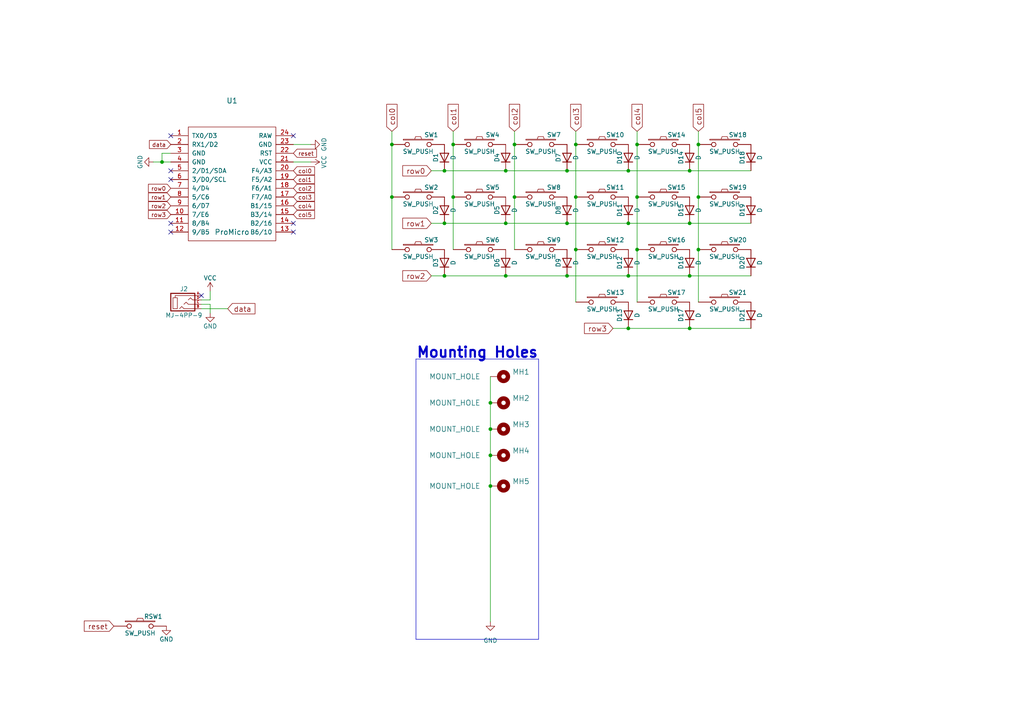
<source format=kicad_sch>
(kicad_sch (version 20230121) (generator eeschema)
  (paper "A4")
  (lib_symbols
    (symbol "Device:D" (pin_numbers hide) (pin_names (offset 1.016) hide)
      (property "Reference" "D" (at 0 2.54 0))
      (property "Value" "D" (at 0 -2.54 0))
      (symbol "D_0_1"
        (polyline (pts (xy -1.27 1.27) (xy -1.27 -1.27)) (stroke (width 0.254)))
        (polyline (pts (xy 1.27 0) (xy -1.27 0)))
        (polyline (pts (xy 1.27 1.27) (xy 1.27 -1.27) (xy -1.27 0) (xy 1.27 1.27)) (stroke (width 0.254)))
      )
      (symbol "D_1_1"
        (pin passive line (at -3.81 0 0) (length 2.54) (name "K") (number "1"))
        (pin passive line (at 3.81 0 180) (length 2.54) (name "A") (number "2"))
      )
    )
    (symbol "GND_1" (power) (pin_names (offset 0))
      (property "Value" "GND_1" (at 0 -3.81 0))
      (symbol "GND_1_0_1"
        (polyline (pts (xy 0 0) (xy 0 -1.27) (xy 1.27 -1.27) (xy 0 -2.54) (xy -1.27 -1.27) (xy 0 -1.27)))
      )
      (symbol "GND_1_1_1"
        (pin power_in line (at 0 0 270) (length 0) hide (name "GND") (number "1"))
      )
    )
    (symbol "YAEMK:Mounting_Hole" (pin_numbers hide) (pin_names (offset 1.016) hide)
      (property "Reference" "H" (at 0 6.35 0))
      (property "Value" "Mounting_Hole" (at 0 4.445 0))
      (symbol "Mounting_Hole_0_1"
        (circle (center 0 1.27) (radius 1.27) (stroke (width 1.27)))
      )
      (symbol "Mounting_Hole_1_1"
        (pin input line (at 0 -2.54 90) (length 2.54) (name "1") (number "1"))
      )
    )
    (symbol "kbd:MJ-4PP-9" (pin_names (offset 1.016))
      (property "Reference" "J" (at 0 3.81 0))
      (property "Value" "MJ-4PP-9" (at 0 -3.81 0))
      (symbol "MJ-4PP-9_0_1"
        (rectangle (start -1.905 -1.905) (end -3.175 1.27))
        (polyline (pts (xy -2.54 1.27) (xy -2.54 1.905) (xy 3.175 1.905)))
        (polyline (pts (xy -1.27 -1.905) (xy -0.635 -1.27) (xy 0 -1.905) (xy 3.175 -1.905)))
        (polyline (pts (xy 0 -0.635) (xy 0.635 0) (xy 1.27 -0.635) (xy 3.175 -0.635)))
        (polyline (pts (xy 1.27 0.635) (xy 1.905 1.27) (xy 2.54 0.635) (xy 3.175 0.635)))
        (rectangle (start 3.175 2.54) (end -3.81 -2.54) (stroke (width 0.3048)))
      )
      (symbol "MJ-4PP-9_1_1"
        (pin input line (at 5.08 1.905 180) (length 2.0066) (name "~") (number "A"))
        (pin input line (at 5.08 -1.905 180) (length 2.0066) (name "~") (number "B"))
        (pin input line (at 5.08 -0.635 180) (length 2.0066) (name "~") (number "C"))
        (pin input line (at 5.08 0.635 180) (length 2.0066) (name "~") (number "D"))
      )
    )
    (symbol "kbd:ProMicro" (pin_names (offset 1.016))
      (property "Reference" "U" (at 0 19.05 0))
      (property "Value" "ProMicro" (at 0 -19.05 0))
      (symbol "ProMicro_0_1"
        (rectangle (start -12.7 16.51) (end 12.7 -16.51))
      )
      (symbol "ProMicro_1_1"
        (pin bidirectional line (at -17.78 13.97 0) (length 5.08) (name "TX0/D3") (number "1"))
        (pin bidirectional line (at -17.78 -8.89 0) (length 5.08) (name "7/E6") (number "10"))
        (pin bidirectional line (at -17.78 -11.43 0) (length 5.08) (name "8/B4") (number "11"))
        (pin bidirectional line (at -17.78 -13.97 0) (length 5.08) (name "9/B5") (number "12"))
        (pin bidirectional line (at 17.78 -13.97 180) (length 5.08) (name "B6/10") (number "13"))
        (pin bidirectional line (at 17.78 -11.43 180) (length 5.08) (name "B2/16") (number "14"))
        (pin bidirectional line (at 17.78 -8.89 180) (length 5.08) (name "B3/14") (number "15"))
        (pin bidirectional line (at 17.78 -6.35 180) (length 5.08) (name "B1/15") (number "16"))
        (pin bidirectional line (at 17.78 -3.81 180) (length 5.08) (name "F7/A0") (number "17"))
        (pin bidirectional line (at 17.78 -1.27 180) (length 5.08) (name "F6/A1") (number "18"))
        (pin bidirectional line (at 17.78 1.27 180) (length 5.08) (name "F5/A2") (number "19"))
        (pin bidirectional line (at -17.78 11.43 0) (length 5.08) (name "RX1/D2") (number "2"))
        (pin bidirectional line (at 17.78 3.81 180) (length 5.08) (name "F4/A3") (number "20"))
        (pin power_in line (at 17.78 6.35 180) (length 5.08) (name "VCC") (number "21"))
        (pin input line (at 17.78 8.89 180) (length 5.08) (name "RST") (number "22"))
        (pin power_in line (at 17.78 11.43 180) (length 5.08) (name "GND") (number "23"))
        (pin power_out line (at 17.78 13.97 180) (length 5.08) (name "RAW") (number "24"))
        (pin power_in line (at -17.78 8.89 0) (length 5.08) (name "GND") (number "3"))
        (pin power_in line (at -17.78 6.35 0) (length 5.08) (name "GND") (number "4"))
        (pin bidirectional line (at -17.78 3.81 0) (length 5.08) (name "2/D1/SDA") (number "5"))
        (pin bidirectional line (at -17.78 1.27 0) (length 5.08) (name "3/D0/SCL") (number "6"))
        (pin bidirectional line (at -17.78 -1.27 0) (length 5.08) (name "4/D4") (number "7"))
        (pin bidirectional line (at -17.78 -3.81 0) (length 5.08) (name "5/C6") (number "8"))
        (pin bidirectional line (at -17.78 -6.35 0) (length 5.08) (name "6/D7") (number "9"))
      )
    )
    (symbol "kbd:SW_PUSH" (pin_numbers hide) (pin_names (offset 1.016) hide)
      (property "Reference" "SW" (at 3.81 2.794 0))
      (property "Value" "SW_PUSH" (at 0 -2.032 0))
      (symbol "SW_PUSH_0_1"
        (rectangle (start -4.318 1.27) (end 4.318 1.524))
        (polyline (pts (xy -1.016 1.524) (xy -0.762 2.286) (xy 0.762 2.286) (xy 1.016 1.524)))
        (pin passive inverted (at -7.62 0 0) (length 5.08) (name "1") (number "1"))
        (pin passive inverted (at 7.62 0 180) (length 5.08) (name "2") (number "2"))
      )
    )
    (symbol "power:GND" (power) (pin_names (offset 0))
      (property "Value" "GND" (at 0 -3.81 0))
      (symbol "GND_0_1"
        (polyline (pts (xy 0 0) (xy 0 -1.27) (xy 1.27 -1.27) (xy 0 -2.54) (xy -1.27 -1.27) (xy 0 -1.27)))
      )
      (symbol "GND_1_1"
        (pin power_in line (at 0 0 270) (length 0) hide (name "GND") (number "1"))
      )
    )
    (symbol "power:VCC" (power) (pin_names (offset 0))
      (property "Value" "VCC" (at 0 3.81 0))
      (symbol "VCC_0_1"
        (polyline (pts (xy -0.762 1.27) (xy 0 2.54)))
        (polyline (pts (xy 0 0) (xy 0 2.54)))
        (polyline (pts (xy 0 2.54) (xy 0.762 1.27)))
      )
      (symbol "VCC_1_1"
        (pin power_in line (at 0 0 90) (length 0) hide (name "VCC") (number "1"))
      )
    )
  )
  (junction (at 184.785 72.39))
  (junction (at 142.24 132.08))
  (junction (at 164.465 64.77))
  (junction (at 46.99 46.99))
  (junction (at 142.24 124.46))
  (junction (at 128.905 49.53))
  (junction (at 142.24 140.97))
  (junction (at 182.245 64.77))
  (junction (at 149.225 41.91))
  (junction (at 113.665 57.15))
  (junction (at 200.025 49.53))
  (junction (at 202.565 41.91))
  (junction (at 113.665 41.91))
  (junction (at 200.025 95.25))
  (junction (at 146.685 64.77))
  (junction (at 202.565 72.39))
  (junction (at 149.225 57.15))
  (junction (at 182.245 95.25))
  (junction (at 182.245 49.53))
  (junction (at 131.445 57.15))
  (junction (at 167.005 57.15))
  (junction (at 184.785 41.91))
  (junction (at 200.025 80.01))
  (junction (at 182.245 80.01))
  (junction (at 128.905 80.01))
  (junction (at 146.685 80.01))
  (junction (at 202.565 57.15))
  (junction (at 164.465 49.53))
  (junction (at 164.465 80.01))
  (junction (at 146.685 49.53))
  (junction (at 184.785 57.15))
  (junction (at 131.445 41.91))
  (junction (at 128.905 64.77))
  (junction (at 142.24 116.84))
  (junction (at 167.005 72.39))
  (junction (at 167.005 41.91))
  (junction (at 200.025 64.77))
  (no_connect (at 85.09 64.77))
  (no_connect (at 49.53 49.53))
  (no_connect (at 49.53 64.77))
  (no_connect (at 49.53 39.37))
  (no_connect (at 85.09 67.31))
  (no_connect (at 49.53 52.07))
  (no_connect (at 85.09 39.37))
  (no_connect (at 58.42 85.725))
  (no_connect (at 49.53 67.31))
  (wire (pts (xy 202.565 57.15) (xy 202.565 72.39)))
  (wire (pts (xy 167.005 72.39) (xy 167.005 87.63)))
  (wire (pts (xy 58.42 86.995) (xy 60.96 86.995)))
  (polyline (pts (xy 156.21 104.14) (xy 156.21 185.42)))
  (wire (pts (xy 60.96 86.995) (xy 60.96 84.455)))
  (wire (pts (xy 200.025 80.01) (xy 217.805 80.01)))
  (wire (pts (xy 182.245 80.01) (xy 200.025 80.01)))
  (wire (pts (xy 113.665 38.1) (xy 113.665 41.91)))
  (wire (pts (xy 149.225 38.1) (xy 149.225 41.91)))
  (wire (pts (xy 184.785 57.15) (xy 184.785 72.39)))
  (wire (pts (xy 177.8 95.25) (xy 182.245 95.25)))
  (wire (pts (xy 202.565 41.91) (xy 202.565 57.15)))
  (polyline (pts (xy 120.65 185.42) (xy 120.65 104.14)))
  (wire (pts (xy 182.245 49.53) (xy 200.025 49.53)))
  (wire (pts (xy 131.445 38.1) (xy 131.445 41.91)))
  (wire (pts (xy 202.565 72.39) (xy 202.565 87.63)))
  (wire (pts (xy 113.665 41.91) (xy 113.665 57.15)))
  (wire (pts (xy 200.025 64.77) (xy 217.805 64.77)))
  (wire (pts (xy 142.24 140.97) (xy 142.24 180.34)))
  (wire (pts (xy 125.095 80.01) (xy 128.905 80.01)))
  (polyline (pts (xy 120.65 104.14) (xy 156.21 104.14)))
  (wire (pts (xy 46.99 44.45) (xy 46.99 46.99)))
  (wire (pts (xy 164.465 80.01) (xy 182.245 80.01)))
  (wire (pts (xy 200.025 95.25) (xy 217.805 95.25)))
  (wire (pts (xy 60.96 88.265) (xy 60.96 90.805)))
  (wire (pts (xy 146.685 80.01) (xy 164.465 80.01)))
  (wire (pts (xy 49.53 44.45) (xy 46.99 44.45)))
  (wire (pts (xy 184.785 41.91) (xy 184.785 57.15)))
  (wire (pts (xy 58.42 89.535) (xy 66.04 89.535)))
  (wire (pts (xy 202.565 38.1) (xy 202.565 41.91)))
  (wire (pts (xy 200.025 49.53) (xy 217.805 49.53)))
  (wire (pts (xy 44.45 46.99) (xy 46.99 46.99)))
  (wire (pts (xy 182.245 95.25) (xy 200.025 95.25)))
  (wire (pts (xy 142.24 109.22) (xy 142.24 116.84)))
  (wire (pts (xy 184.785 72.39) (xy 184.785 87.63)))
  (wire (pts (xy 184.785 38.1) (xy 184.785 41.91)))
  (wire (pts (xy 113.665 57.15) (xy 113.665 72.39)))
  (wire (pts (xy 146.685 64.77) (xy 164.465 64.77)))
  (wire (pts (xy 146.685 49.53) (xy 164.465 49.53)))
  (wire (pts (xy 167.005 57.15) (xy 167.005 72.39)))
  (wire (pts (xy 125.095 49.53) (xy 128.905 49.53)))
  (wire (pts (xy 128.905 49.53) (xy 146.685 49.53)))
  (wire (pts (xy 164.465 64.77) (xy 182.245 64.77)))
  (wire (pts (xy 167.005 41.91) (xy 167.005 57.15)))
  (wire (pts (xy 142.24 132.08) (xy 142.24 140.97)))
  (wire (pts (xy 85.09 46.99) (xy 90.17 46.99)))
  (wire (pts (xy 131.445 57.15) (xy 131.445 72.39)))
  (wire (pts (xy 142.24 124.46) (xy 142.24 132.08)))
  (wire (pts (xy 131.445 41.91) (xy 131.445 57.15)))
  (wire (pts (xy 182.245 64.77) (xy 200.025 64.77)))
  (wire (pts (xy 85.09 41.91) (xy 90.17 41.91)))
  (polyline (pts (xy 156.21 185.42) (xy 120.65 185.42)))
  (wire (pts (xy 58.42 88.265) (xy 60.96 88.265)))
  (wire (pts (xy 149.225 41.91) (xy 149.225 57.15)))
  (wire (pts (xy 142.24 116.84) (xy 142.24 124.46)))
  (wire (pts (xy 149.225 57.15) (xy 149.225 72.39)))
  (wire (pts (xy 164.465 49.53) (xy 182.245 49.53)))
  (wire (pts (xy 167.005 38.1) (xy 167.005 41.91)))
  (wire (pts (xy 128.905 64.77) (xy 146.685 64.77)))
  (wire (pts (xy 46.99 46.99) (xy 49.53 46.99)))
  (wire (pts (xy 125.095 64.77) (xy 128.905 64.77)))
  (wire (pts (xy 128.905 80.01) (xy 146.685 80.01)))
  (text "Mounting Holes" (at 120.65 104.14 0) (effects (font (size 2.9972 2.9972) (thickness 0.5994) bold) (justify left bottom)))
  (global_label "row2" (shape input) (at 49.53 59.69 180) (effects (font (size 1.1938 1.1938))) (property "Intersheetrefs" "${INTERSHEET_REFS}" (effects hide)))
  (global_label "col3" (shape input) (at 167.005 38.1 90) (effects (font (size 1.524 1.524))) (property "Intersheetrefs" "${INTERSHEET_REFS}" (effects hide)))
  (global_label "col3" (shape input) (at 85.09 57.15 0) (effects (font (size 1.1938 1.1938))) (property "Intersheetrefs" "${INTERSHEET_REFS}" (effects hide)))
  (global_label "reset" (shape input) (at 85.09 44.45 0) (effects (font (size 1.1938 1.1938))) (property "Intersheetrefs" "${INTERSHEET_REFS}" (effects hide)))
  (global_label "row0" (shape input) (at 49.53 54.61 180) (effects (font (size 1.1938 1.1938))) (property "Intersheetrefs" "${INTERSHEET_REFS}" (effects hide)))
  (global_label "col4" (shape input) (at 184.785 38.1 90) (effects (font (size 1.524 1.524))) (property "Intersheetrefs" "${INTERSHEET_REFS}" (effects hide)))
  (global_label "reset" (shape input) (at 33.02 181.61 180) (effects (font (size 1.524 1.524))) (property "Intersheetrefs" "${INTERSHEET_REFS}" (effects hide)))
  (global_label "data" (shape input) (at 49.53 41.91 180) (effects (font (size 1.1938 1.1938))) (property "Intersheetrefs" "${INTERSHEET_REFS}" (effects hide)))
  (global_label "col2" (shape input) (at 149.225 38.1 90) (effects (font (size 1.524 1.524))) (property "Intersheetrefs" "${INTERSHEET_REFS}" (effects hide)))
  (global_label "row2" (shape input) (at 125.095 80.01 180) (effects (font (size 1.524 1.524))) (property "Intersheetrefs" "${INTERSHEET_REFS}" (effects hide)))
  (global_label "col4" (shape input) (at 85.09 59.69 0) (effects (font (size 1.1938 1.1938))) (property "Intersheetrefs" "${INTERSHEET_REFS}" (effects hide)))
  (global_label "row1" (shape input) (at 125.095 64.77 180) (effects (font (size 1.524 1.524))) (property "Intersheetrefs" "${INTERSHEET_REFS}" (effects hide)))
  (global_label "col1" (shape input) (at 85.09 52.07 0) (effects (font (size 1.1938 1.1938))) (property "Intersheetrefs" "${INTERSHEET_REFS}" (effects hide)))
  (global_label "col1" (shape input) (at 131.445 38.1 90) (effects (font (size 1.524 1.524))) (property "Intersheetrefs" "${INTERSHEET_REFS}" (effects hide)))
  (global_label "col5" (shape input) (at 85.09 62.23 0) (effects (font (size 1.1938 1.1938))) (property "Intersheetrefs" "${INTERSHEET_REFS}" (effects hide)))
  (global_label "data" (shape input) (at 66.04 89.535 0) (effects (font (size 1.524 1.524))) (property "Intersheetrefs" "${INTERSHEET_REFS}" (effects hide)))
  (global_label "row1" (shape input) (at 49.53 57.15 180) (effects (font (size 1.1938 1.1938))) (property "Intersheetrefs" "${INTERSHEET_REFS}" (effects hide)))
  (global_label "col5" (shape input) (at 202.565 38.1 90) (effects (font (size 1.524 1.524))) (property "Intersheetrefs" "${INTERSHEET_REFS}" (effects hide)))
  (global_label "col0" (shape input) (at 85.09 49.53 0) (effects (font (size 1.1938 1.1938))) (property "Intersheetrefs" "${INTERSHEET_REFS}" (effects hide)))
  (global_label "row3" (shape input) (at 49.53 62.23 180) (effects (font (size 1.1938 1.1938))) (property "Intersheetrefs" "${INTERSHEET_REFS}" (effects hide)))
  (global_label "row3" (shape input) (at 177.8 95.25 180) (effects (font (size 1.524 1.524))) (property "Intersheetrefs" "${INTERSHEET_REFS}" (effects hide)))
  (global_label "col0" (shape input) (at 113.665 38.1 90) (effects (font (size 1.524 1.524))) (property "Intersheetrefs" "${INTERSHEET_REFS}" (effects hide)))
  (global_label "row0" (shape input) (at 125.095 49.53 180) (effects (font (size 1.524 1.524))) (property "Intersheetrefs" "${INTERSHEET_REFS}" (effects hide)))
  (global_label "col2" (shape input) (at 85.09 54.61 0) (effects (font (size 1.1938 1.1938))) (property "Intersheetrefs" "${INTERSHEET_REFS}" (effects hide)))
  (symbol (lib_id "power:VCC") (at 60.96 84.455 0) (unit 1)
    (property "Reference" "#PWR06" (effects hide))
    (property "Value" "VCC" (at 60.96 80.645 0))
  )
  (symbol (lib_id "kbd:SW_PUSH") (at 121.285 72.39 0) (unit 1)
    (property "Reference" "SW3" (at 125.095 69.596 0))
    (property "Value" "SW_PUSH" (at 121.285 74.422 0))
    (property "Footprint" "lily:MX_Choc_Hotswap" (effects hide))
  )
  (symbol (lib_id "power:GND") (at 44.45 46.99 270) (unit 1)
    (property "Reference" "#PWR02" (effects hide))
    (property "Value" "GND" (at 40.64 46.99 0))
  )
  (symbol (lib_id "kbd:SW_PUSH") (at 174.625 72.39 0) (unit 1)
    (property "Reference" "SW12" (at 178.435 69.596 0))
    (property "Value" "SW_PUSH" (at 174.625 74.422 0))
    (property "Footprint" "lily:MX_Choc_Hotswap" (effects hide))
  )
  (symbol (lib_id "Device:D") (at 128.905 76.2 90) (unit 1)
    (property "Reference" "D3" (at 126.365 76.2 0))
    (property "Value" "D" (at 131.445 76.2 0))
    (property "Footprint" "kora:D3_TH_SMD" (effects hide))
  )
  (symbol (lib_id "Device:D") (at 217.805 76.2 90) (unit 1)
    (property "Reference" "D20" (at 215.265 76.2 0))
    (property "Value" "D" (at 220.345 76.2 0))
    (property "Footprint" "kora:D3_TH_SMD" (effects hide))
  )
  (symbol (lib_id "kbd:SW_PUSH") (at 174.625 87.63 0) (unit 1)
    (property "Reference" "SW13" (at 178.435 84.836 0))
    (property "Value" "SW_PUSH" (at 174.625 89.662 0))
    (property "Footprint" "lily:MX_Choc_Hotswap" (effects hide))
  )
  (symbol (lib_id "kbd:MJ-4PP-9") (at 53.34 87.63 0) (unit 1)
    (property "Reference" "J2" (at 53.34 83.82 0))
    (property "Value" "MJ-4PP-9" (at 53.34 91.44 0))
    (property "Footprint" "lily:TRRS_JACK_MJ4PP9" (effects hide))
  )
  (symbol (lib_id "Device:D") (at 128.905 60.96 90) (unit 1)
    (property "Reference" "D2" (at 126.365 60.96 0))
    (property "Value" "D" (at 131.445 60.96 0))
    (property "Footprint" "kora:D3_TH_SMD" (effects hide))
  )
  (symbol (lib_id "Device:D") (at 200.025 76.2 90) (unit 1)
    (property "Reference" "D16" (at 197.485 76.2 0))
    (property "Value" "D" (at 202.565 76.2 0))
    (property "Footprint" "kora:D3_TH_SMD" (effects hide))
  )
  (symbol (lib_id "kbd:SW_PUSH") (at 192.405 72.39 0) (unit 1)
    (property "Reference" "SW16" (at 196.215 69.596 0))
    (property "Value" "SW_PUSH" (at 192.405 74.422 0))
    (property "Footprint" "lily:MX_Choc_Hotswap" (effects hide))
  )
  (symbol (lib_id "kbd:SW_PUSH") (at 139.065 72.39 0) (unit 1)
    (property "Reference" "SW6" (at 142.875 69.596 0))
    (property "Value" "SW_PUSH" (at 139.065 74.422 0))
    (property "Footprint" "lily:MX_Choc_Hotswap" (effects hide))
  )
  (symbol (lib_id "Device:D") (at 146.685 60.96 90) (unit 1)
    (property "Reference" "D5" (at 144.145 60.96 0))
    (property "Value" "D" (at 149.225 60.96 0))
    (property "Footprint" "kora:D3_TH_SMD" (effects hide))
  )
  (symbol (lib_id "power:GND") (at 48.26 181.61 0) (unit 1)
    (property "Reference" "#PWR01" (effects hide))
    (property "Value" "GND" (at 48.26 185.42 0))
  )
  (symbol (lib_id "Device:D") (at 217.805 45.72 90) (unit 1)
    (property "Reference" "D18" (at 215.265 45.72 0))
    (property "Value" "D" (at 220.345 45.72 0))
    (property "Footprint" "kora:D3_TH_SMD" (effects hide))
  )
  (symbol (lib_id "kbd:SW_PUSH") (at 156.845 57.15 0) (unit 1)
    (property "Reference" "SW8" (at 160.655 54.356 0))
    (property "Value" "SW_PUSH" (at 156.845 59.182 0))
    (property "Footprint" "lily:MX_Choc_Hotswap" (effects hide))
  )
  (symbol (lib_id "power:GND") (at 90.17 41.91 90) (unit 1)
    (property "Reference" "#PWR07" (effects hide))
    (property "Value" "GND" (at 93.98 41.91 0))
  )
  (symbol (lib_id "Device:D") (at 164.465 60.96 90) (unit 1)
    (property "Reference" "D8" (at 161.925 60.96 0))
    (property "Value" "D" (at 167.005 60.96 0))
    (property "Footprint" "kora:D3_TH_SMD" (effects hide))
  )
  (symbol (lib_id "kbd:SW_PUSH") (at 174.625 41.91 0) (unit 1)
    (property "Reference" "SW10" (at 178.435 39.116 0))
    (property "Value" "SW_PUSH" (at 174.625 43.942 0))
    (property "Footprint" "lily:MX_Choc_Hotswap" (effects hide))
  )
  (symbol (lib_id "kbd:SW_PUSH") (at 139.065 41.91 0) (unit 1)
    (property "Reference" "SW4" (at 142.875 39.116 0))
    (property "Value" "SW_PUSH" (at 139.065 43.942 0))
    (property "Footprint" "lily:MX_Choc_Hotswap" (effects hide))
  )
  (symbol (lib_id "Device:D") (at 217.805 60.96 90) (unit 1)
    (property "Reference" "D19" (at 215.265 60.96 0))
    (property "Value" "D" (at 220.345 60.96 0))
    (property "Footprint" "kora:D3_TH_SMD" (effects hide))
  )
  (symbol (lib_id "Device:D") (at 182.245 60.96 90) (unit 1)
    (property "Reference" "D11" (at 179.705 60.96 0))
    (property "Value" "D" (at 184.785 60.96 0))
    (property "Footprint" "kora:D3_TH_SMD" (effects hide))
  )
  (symbol (lib_id "YAEMK:Mounting_Hole") (at 144.78 109.22 270) (unit 1)
    (property "Reference" "MH1" (at 148.59 107.8738 90) (effects (font (size 1.524 1.524)) (justify left)))
    (property "Value" "MOUNT_HOLE" (at 124.46 109.22 90) (effects (font (size 1.524 1.524)) (justify left)))
    (property "Footprint" "kbd:M2_Hole_NPTH_Outside" (effects hide))
    (property "JLCPCB BOM" "0" (effects hide))
  )
  (symbol (lib_id "kbd:SW_PUSH") (at 210.185 87.63 0) (unit 1)
    (property "Reference" "SW21" (at 213.995 84.836 0))
    (property "Value" "SW_PUSH" (at 210.185 89.662 0))
    (property "Footprint" "lily:MX_Choc_Hotswap" (effects hide))
  )
  (symbol (lib_id "kbd:SW_PUSH") (at 40.64 181.61 0) (unit 1)
    (property "Reference" "RSW1" (at 44.45 178.816 0))
    (property "Value" "SW_PUSH" (at 40.64 183.642 0))
    (property "Footprint" "lily:TACT_SWITCH_TVBP06" (effects hide))
  )
  (symbol (lib_id "kbd:SW_PUSH") (at 156.845 41.91 0) (unit 1)
    (property "Reference" "SW7" (at 160.655 39.116 0))
    (property "Value" "SW_PUSH" (at 156.845 43.942 0))
    (property "Footprint" "lily:MX_Choc_Hotswap" (effects hide))
  )
  (symbol (lib_id "kbd:ProMicro") (at 67.31 53.34 0) (unit 1)
    (property "Reference" "U1" (at 67.31 29.21 0) (effects (font (size 1.524 1.524))))
    (property "Value" "ProMicro" (at 67.31 67.31 0) (effects (font (size 1.524 1.524))))
    (property "Footprint" "lily:ProMicro_rev2" (effects hide))
  )
  (symbol (lib_id "kbd:SW_PUSH") (at 210.185 57.15 0) (unit 1)
    (property "Reference" "SW19" (at 213.995 54.356 0))
    (property "Value" "SW_PUSH" (at 210.185 59.182 0))
    (property "Footprint" "lily:MX_Choc_Hotswap" (effects hide))
  )
  (symbol (lib_id "kbd:SW_PUSH") (at 139.065 57.15 0) (unit 1)
    (property "Reference" "SW5" (at 142.875 54.356 0))
    (property "Value" "SW_PUSH" (at 139.065 59.182 0))
    (property "Footprint" "lily:MX_Choc_Hotswap" (effects hide))
  )
  (symbol (lib_id "power:GND") (at 60.96 90.805 0) (unit 1)
    (property "Reference" "#PWR09" (effects hide))
    (property "Value" "GND" (at 60.96 94.615 0))
  )
  (symbol (lib_id "kbd:SW_PUSH") (at 192.405 41.91 0) (unit 1)
    (property "Reference" "SW14" (at 196.215 39.116 0))
    (property "Value" "SW_PUSH" (at 192.405 43.942 0))
    (property "Footprint" "lily:MX_Choc_Hotswap" (effects hide))
  )
  (symbol (lib_id "Device:D") (at 200.025 60.96 90) (unit 1)
    (property "Reference" "D15" (at 197.485 60.96 0))
    (property "Value" "D" (at 202.565 60.96 0))
    (property "Footprint" "kora:D3_TH_SMD" (effects hide))
  )
  (symbol (lib_id "Device:D") (at 146.685 45.72 90) (unit 1)
    (property "Reference" "D4" (at 144.145 45.72 0))
    (property "Value" "D" (at 149.225 45.72 0))
    (property "Footprint" "kora:D3_TH_SMD" (effects hide))
  )
  (symbol (lib_id "Device:D") (at 217.805 91.44 90) (unit 1)
    (property "Reference" "D21" (at 215.265 91.44 0))
    (property "Value" "D" (at 220.345 91.44 0))
    (property "Footprint" "kora:D3_TH_SMD" (effects hide))
  )
  (symbol (lib_id "Device:D") (at 128.905 45.72 90) (unit 1)
    (property "Reference" "D1" (at 126.365 45.72 0))
    (property "Value" "D" (at 131.445 45.72 0))
    (property "Footprint" "kora:D3_TH_SMD" (effects hide))
  )
  (symbol (lib_id "Device:D") (at 200.025 91.44 90) (unit 1)
    (property "Reference" "D17" (at 197.485 91.44 0))
    (property "Value" "D" (at 202.565 91.44 0))
    (property "Footprint" "kora:D3_TH_SMD" (effects hide))
  )
  (symbol (lib_id "Device:D") (at 164.465 76.2 90) (unit 1)
    (property "Reference" "D9" (at 161.925 76.2 0))
    (property "Value" "D" (at 167.005 76.2 0))
    (property "Footprint" "kora:D3_TH_SMD" (effects hide))
  )
  (symbol (lib_id "Device:D") (at 182.245 76.2 90) (unit 1)
    (property "Reference" "D12" (at 179.705 76.2 0))
    (property "Value" "D" (at 184.785 76.2 0))
    (property "Footprint" "kora:D3_TH_SMD" (effects hide))
  )
  (symbol (lib_id "kbd:SW_PUSH") (at 156.845 72.39 0) (unit 1)
    (property "Reference" "SW9" (at 160.655 69.596 0))
    (property "Value" "SW_PUSH" (at 156.845 74.422 0))
    (property "Footprint" "lily:MX_Choc_Hotswap" (effects hide))
  )
  (symbol (lib_id "kbd:SW_PUSH") (at 210.185 41.91 0) (unit 1)
    (property "Reference" "SW18" (at 213.995 39.116 0))
    (property "Value" "SW_PUSH" (at 210.185 43.942 0))
    (property "Footprint" "lily:MX_Choc_Hotswap" (effects hide))
  )
  (symbol (lib_id "kbd:SW_PUSH") (at 192.405 57.15 0) (unit 1)
    (property "Reference" "SW15" (at 196.215 54.356 0))
    (property "Value" "SW_PUSH" (at 192.405 59.182 0))
    (property "Footprint" "lily:MX_Choc_Hotswap" (effects hide))
  )
  (symbol (lib_id "YAEMK:Mounting_Hole") (at 144.78 124.46 270) (unit 1)
    (property "Reference" "MH3" (at 148.59 123.1138 90) (effects (font (size 1.524 1.524)) (justify left)))
    (property "Value" "MOUNT_HOLE" (at 124.46 124.46 90) (effects (font (size 1.524 1.524)) (justify left)))
    (property "Footprint" "kbd:M2_Hole_NPTH_Outside" (effects hide))
    (property "JLCPCB BOM" "0" (effects hide))
  )
  (symbol (lib_id "kbd:SW_PUSH") (at 192.405 87.63 0) (unit 1)
    (property "Reference" "SW17" (at 196.215 84.836 0))
    (property "Value" "SW_PUSH" (at 192.405 89.662 0))
    (property "Footprint" "lily:MX_Choc_Hotswap" (effects hide))
  )
  (symbol (lib_id "Device:D") (at 200.025 45.72 90) (unit 1)
    (property "Reference" "D14" (at 197.485 45.72 0))
    (property "Value" "D" (at 202.565 45.72 0))
    (property "Footprint" "kora:D3_TH_SMD" (effects hide))
  )
  (symbol (lib_id "Device:D") (at 182.245 91.44 90) (unit 1)
    (property "Reference" "D13" (at 179.705 91.44 0))
    (property "Value" "D" (at 184.785 91.44 0))
    (property "Footprint" "kora:D3_TH_SMD" (effects hide))
  )
  (symbol (lib_id "YAEMK:Mounting_Hole") (at 144.78 140.97 270) (unit 1)
    (property "Reference" "MH5" (at 148.59 139.6238 90) (effects (font (size 1.524 1.524)) (justify left)))
    (property "Value" "MOUNT_HOLE" (at 124.46 140.97 90) (effects (font (size 1.524 1.524)) (justify left)))
    (property "Footprint" "kbd:M2_Hole_NPTH_Outside" (effects hide))
    (property "JLCPCB BOM" "0" (effects hide))
  )
  (symbol (lib_id "Device:D") (at 146.685 76.2 90) (unit 1)
    (property "Reference" "D6" (at 144.145 76.2 0))
    (property "Value" "D" (at 149.225 76.2 0))
    (property "Footprint" "kora:D3_TH_SMD" (effects hide))
  )
  (symbol (lib_id "YAEMK:Mounting_Hole") (at 144.78 132.08 270) (unit 1)
    (property "Reference" "MH4" (at 148.59 130.7338 90) (effects (font (size 1.524 1.524)) (justify left)))
    (property "Value" "MOUNT_HOLE" (at 124.46 132.08 90) (effects (font (size 1.524 1.524)) (justify left)))
    (property "Footprint" "kbd:M2_Hole_NPTH_Outside" (effects hide))
    (property "JLCPCB BOM" "0" (effects hide))
  )
  (symbol (lib_id "YAEMK:Mounting_Hole") (at 144.78 116.84 270) (unit 1)
    (property "Reference" "MH2" (at 148.59 115.4938 90) (effects (font (size 1.524 1.524)) (justify left)))
    (property "Value" "MOUNT_HOLE" (at 124.46 116.84 90) (effects (font (size 1.524 1.524)) (justify left)))
    (property "Footprint" "kbd:M2_Hole_NPTH_Outside" (effects hide))
    (property "JLCPCB BOM" "0" (effects hide))
  )
  (symbol (lib_id "kbd:SW_PUSH") (at 210.185 72.39 0) (unit 1)
    (property "Reference" "SW20" (at 213.995 69.596 0))
    (property "Value" "SW_PUSH" (at 210.185 74.422 0))
    (property "Footprint" "lily:MX_Choc_Hotswap" (effects hide))
  )
  (symbol (lib_id "Device:D") (at 164.465 45.72 90) (unit 1)
    (property "Reference" "D7" (at 161.925 45.72 0))
    (property "Value" "D" (at 167.005 45.72 0))
    (property "Footprint" "kora:D3_TH_SMD" (effects hide))
  )
  (symbol (lib_id "kbd:SW_PUSH") (at 121.285 57.15 0) (unit 1)
    (property "Reference" "SW2" (at 125.095 54.356 0))
    (property "Value" "SW_PUSH" (at 121.285 59.182 0))
    (property "Footprint" "lily:MX_Choc_Hotswap" (effects hide))
  )
  (symbol (lib_id "kbd:SW_PUSH") (at 121.285 41.91 0) (unit 1)
    (property "Reference" "SW1" (at 125.095 39.116 0))
    (property "Value" "SW_PUSH" (at 121.285 43.942 0))
    (property "Footprint" "lily:MX_Choc_Hotswap" (effects hide))
  )
  (symbol (lib_id "power:VCC") (at 90.17 46.99 270) (unit 1)
    (property "Reference" "#PWR08" (effects hide))
    (property "Value" "VCC" (at 93.98 46.99 0))
  )
  (symbol (lib_id "kbd:SW_PUSH") (at 174.625 57.15 0) (unit 1)
    (property "Reference" "SW11" (at 178.435 54.356 0))
    (property "Value" "SW_PUSH" (at 174.625 59.182 0))
    (property "Footprint" "lily:MX_Choc_Hotswap" (effects hide))
  )
  (symbol (lib_id "Device:D") (at 182.245 45.72 90) (unit 1)
    (property "Reference" "D10" (at 179.705 45.72 0))
    (property "Value" "D" (at 184.785 45.72 0))
    (property "Footprint" "kora:D3_TH_SMD" (effects hide))
  )
  (symbol (lib_name "GND_1") (lib_id "power:GND") (at 142.24 180.34 0) (unit 1)
    (property "Reference" "#PWR05" (effects hide))
    (property "Value" "GND" (at 142.24 185.7756 0))
  )
)
</source>
